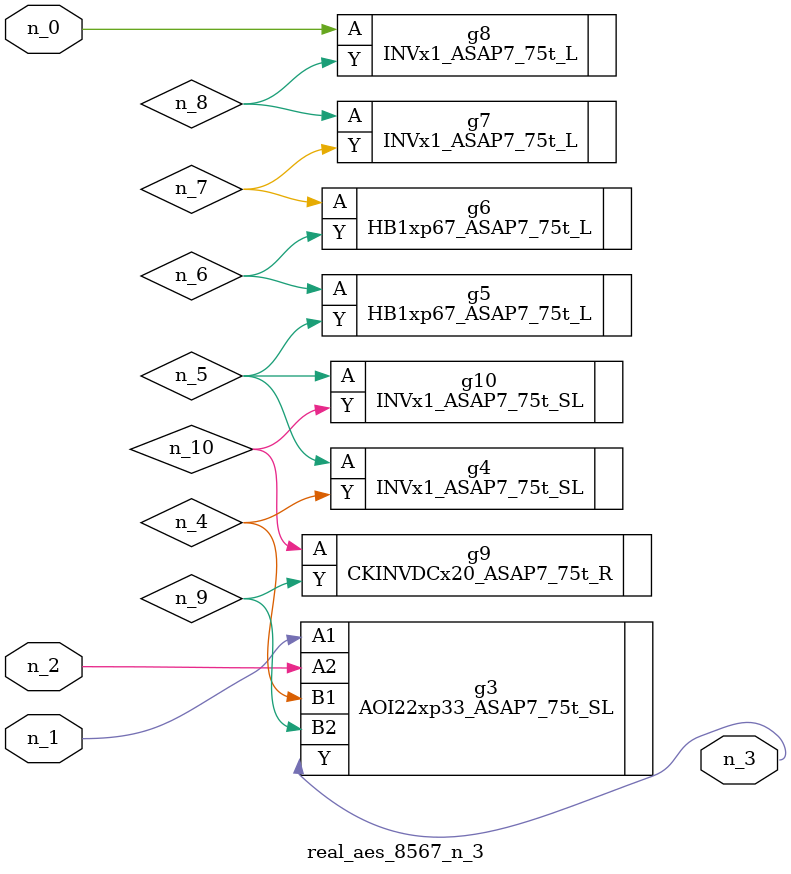
<source format=v>
module real_aes_8567_n_3 (n_0, n_2, n_1, n_3);
input n_0;
input n_2;
input n_1;
output n_3;
wire n_4;
wire n_5;
wire n_7;
wire n_9;
wire n_6;
wire n_8;
wire n_10;
INVx1_ASAP7_75t_L g8 ( .A(n_0), .Y(n_8) );
AOI22xp33_ASAP7_75t_SL g3 ( .A1(n_1), .A2(n_2), .B1(n_4), .B2(n_9), .Y(n_3) );
INVx1_ASAP7_75t_SL g4 ( .A(n_5), .Y(n_4) );
INVx1_ASAP7_75t_SL g10 ( .A(n_5), .Y(n_10) );
HB1xp67_ASAP7_75t_L g5 ( .A(n_6), .Y(n_5) );
HB1xp67_ASAP7_75t_L g6 ( .A(n_7), .Y(n_6) );
INVx1_ASAP7_75t_L g7 ( .A(n_8), .Y(n_7) );
CKINVDCx20_ASAP7_75t_R g9 ( .A(n_10), .Y(n_9) );
endmodule
</source>
